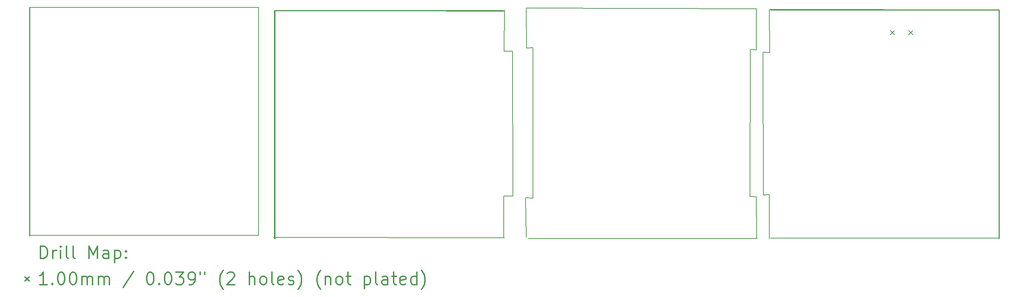
<source format=gbr>
%FSLAX45Y45*%
G04 Gerber Fmt 4.5, Leading zero omitted, Abs format (unit mm)*
G04 Created by KiCad (PCBNEW 4.0.6) date 05/08/17 07:22:51*
%MOMM*%
%LPD*%
G01*
G04 APERTURE LIST*
%ADD10C,0.127000*%
%ADD11C,0.150000*%
%ADD12C,0.200000*%
%ADD13C,0.300000*%
G04 APERTURE END LIST*
D10*
D11*
X15126190Y-7719950D02*
X20676410Y-7735250D01*
X14601950Y-8763870D02*
X14605850Y-7759710D01*
X14591970Y-12260010D02*
X14809350Y-12257470D01*
X14809350Y-12257470D02*
X14798890Y-8764090D01*
X14798890Y-8764090D02*
X14601950Y-8763870D01*
X14590270Y-13269610D02*
X14591970Y-12260010D01*
X15293110Y-8678290D02*
X15145290Y-8683810D01*
X15118870Y-12303930D02*
X15293110Y-12311990D01*
X20679770Y-13271630D02*
X20669270Y-12272430D01*
X20669270Y-12272430D02*
X20518910Y-12269890D01*
X20518910Y-12269890D02*
X20529410Y-8720590D01*
X20529410Y-8720590D02*
X20669610Y-8731090D01*
X20669610Y-8731090D02*
X20669610Y-7744590D01*
X15134790Y-7739510D02*
X15145290Y-8683810D01*
X15293110Y-8678290D02*
X15293110Y-12311990D01*
X15118870Y-12303930D02*
X15129370Y-13250530D01*
X20994170Y-8797350D02*
X20834450Y-8787510D01*
X20834450Y-8787510D02*
X20839530Y-12232470D01*
X20839530Y-12232470D02*
X20984330Y-12227930D01*
X20984330Y-12227930D02*
X20984330Y-13294730D01*
X26513530Y-13290290D02*
X26518610Y-7765790D01*
X26518610Y-7765790D02*
X20986870Y-7759450D01*
X20986870Y-7759450D02*
X20994170Y-8797350D01*
X3177810Y-13232890D02*
X3177810Y-7732890D01*
X14605850Y-13263710D02*
X9048090Y-13258930D01*
X26509810Y-13264390D02*
X26509810Y-7764390D01*
X9073010Y-7779790D02*
X14573010Y-7779790D01*
X9073010Y-13279790D02*
X9073010Y-7779790D01*
X3176210Y-13218290D02*
X3176210Y-7718290D01*
X3176410Y-13209690D02*
X3176410Y-7709690D01*
X14610510Y-7794590D02*
X9076510Y-7783190D01*
X9076510Y-13283190D02*
X9076510Y-7783190D01*
X26513210Y-7761890D02*
X21013210Y-7761890D01*
X26513210Y-13261890D02*
X26513210Y-7761890D01*
X21019610Y-13278290D02*
X26519610Y-13278290D01*
X26519610Y-13278290D02*
X26519610Y-7778290D01*
X26524010Y-7771090D02*
X21024010Y-7771090D01*
X26524010Y-13271090D02*
X26524010Y-7771090D01*
X15195210Y-13282590D02*
X20695210Y-13282590D01*
X20684310Y-13282590D02*
X15184310Y-13282590D01*
X9088410Y-7789590D02*
X14588410Y-7789590D01*
X9088410Y-13289590D02*
X9088410Y-7789590D01*
X14577510Y-7789590D02*
X9077510Y-7789590D01*
X9077510Y-13289590D02*
X9077510Y-7789590D01*
X3188010Y-13205990D02*
X8688010Y-13205990D01*
X3188010Y-7705990D02*
X8688010Y-7705990D01*
X3188010Y-13205990D02*
X3188010Y-7705990D01*
X8688010Y-13205990D02*
X8688010Y-7705990D01*
X8677110Y-13205990D02*
X3177110Y-13205990D01*
X8677110Y-7705990D02*
X3177110Y-7705990D01*
X3177110Y-13205990D02*
X3177110Y-7705990D01*
D12*
X23894030Y-8262830D02*
X23994030Y-8362830D01*
X23994030Y-8262830D02*
X23894030Y-8362830D01*
X24334030Y-8262830D02*
X24434030Y-8362830D01*
X24434030Y-8262830D02*
X24334030Y-8362830D01*
D13*
X3440138Y-13767944D02*
X3440138Y-13467944D01*
X3511567Y-13467944D01*
X3554424Y-13482230D01*
X3582996Y-13510801D01*
X3597281Y-13539373D01*
X3611567Y-13596516D01*
X3611567Y-13639373D01*
X3597281Y-13696516D01*
X3582996Y-13725087D01*
X3554424Y-13753659D01*
X3511567Y-13767944D01*
X3440138Y-13767944D01*
X3740138Y-13767944D02*
X3740138Y-13567944D01*
X3740138Y-13625087D02*
X3754424Y-13596516D01*
X3768710Y-13582230D01*
X3797281Y-13567944D01*
X3825853Y-13567944D01*
X3925853Y-13767944D02*
X3925853Y-13567944D01*
X3925853Y-13467944D02*
X3911567Y-13482230D01*
X3925853Y-13496516D01*
X3940138Y-13482230D01*
X3925853Y-13467944D01*
X3925853Y-13496516D01*
X4111567Y-13767944D02*
X4082996Y-13753659D01*
X4068710Y-13725087D01*
X4068710Y-13467944D01*
X4268710Y-13767944D02*
X4240139Y-13753659D01*
X4225853Y-13725087D01*
X4225853Y-13467944D01*
X4611567Y-13767944D02*
X4611567Y-13467944D01*
X4711567Y-13682230D01*
X4811567Y-13467944D01*
X4811567Y-13767944D01*
X5082996Y-13767944D02*
X5082996Y-13610801D01*
X5068710Y-13582230D01*
X5040139Y-13567944D01*
X4982996Y-13567944D01*
X4954424Y-13582230D01*
X5082996Y-13753659D02*
X5054424Y-13767944D01*
X4982996Y-13767944D01*
X4954424Y-13753659D01*
X4940139Y-13725087D01*
X4940139Y-13696516D01*
X4954424Y-13667944D01*
X4982996Y-13653659D01*
X5054424Y-13653659D01*
X5082996Y-13639373D01*
X5225853Y-13567944D02*
X5225853Y-13867944D01*
X5225853Y-13582230D02*
X5254424Y-13567944D01*
X5311567Y-13567944D01*
X5340139Y-13582230D01*
X5354424Y-13596516D01*
X5368710Y-13625087D01*
X5368710Y-13710801D01*
X5354424Y-13739373D01*
X5340139Y-13753659D01*
X5311567Y-13767944D01*
X5254424Y-13767944D01*
X5225853Y-13753659D01*
X5497281Y-13739373D02*
X5511567Y-13753659D01*
X5497281Y-13767944D01*
X5482996Y-13753659D01*
X5497281Y-13739373D01*
X5497281Y-13767944D01*
X5497281Y-13582230D02*
X5511567Y-13596516D01*
X5497281Y-13610801D01*
X5482996Y-13596516D01*
X5497281Y-13582230D01*
X5497281Y-13610801D01*
X3068710Y-14212230D02*
X3168710Y-14312230D01*
X3168710Y-14212230D02*
X3068710Y-14312230D01*
X3597281Y-14397944D02*
X3425853Y-14397944D01*
X3511567Y-14397944D02*
X3511567Y-14097944D01*
X3482996Y-14140801D01*
X3454424Y-14169373D01*
X3425853Y-14183659D01*
X3725853Y-14369373D02*
X3740138Y-14383659D01*
X3725853Y-14397944D01*
X3711567Y-14383659D01*
X3725853Y-14369373D01*
X3725853Y-14397944D01*
X3925853Y-14097944D02*
X3954424Y-14097944D01*
X3982996Y-14112230D01*
X3997281Y-14126516D01*
X4011567Y-14155087D01*
X4025853Y-14212230D01*
X4025853Y-14283659D01*
X4011567Y-14340801D01*
X3997281Y-14369373D01*
X3982996Y-14383659D01*
X3954424Y-14397944D01*
X3925853Y-14397944D01*
X3897281Y-14383659D01*
X3882996Y-14369373D01*
X3868710Y-14340801D01*
X3854424Y-14283659D01*
X3854424Y-14212230D01*
X3868710Y-14155087D01*
X3882996Y-14126516D01*
X3897281Y-14112230D01*
X3925853Y-14097944D01*
X4211567Y-14097944D02*
X4240139Y-14097944D01*
X4268710Y-14112230D01*
X4282996Y-14126516D01*
X4297281Y-14155087D01*
X4311567Y-14212230D01*
X4311567Y-14283659D01*
X4297281Y-14340801D01*
X4282996Y-14369373D01*
X4268710Y-14383659D01*
X4240139Y-14397944D01*
X4211567Y-14397944D01*
X4182996Y-14383659D01*
X4168710Y-14369373D01*
X4154424Y-14340801D01*
X4140138Y-14283659D01*
X4140138Y-14212230D01*
X4154424Y-14155087D01*
X4168710Y-14126516D01*
X4182996Y-14112230D01*
X4211567Y-14097944D01*
X4440139Y-14397944D02*
X4440139Y-14197944D01*
X4440139Y-14226516D02*
X4454424Y-14212230D01*
X4482996Y-14197944D01*
X4525853Y-14197944D01*
X4554424Y-14212230D01*
X4568710Y-14240801D01*
X4568710Y-14397944D01*
X4568710Y-14240801D02*
X4582996Y-14212230D01*
X4611567Y-14197944D01*
X4654424Y-14197944D01*
X4682996Y-14212230D01*
X4697281Y-14240801D01*
X4697281Y-14397944D01*
X4840139Y-14397944D02*
X4840139Y-14197944D01*
X4840139Y-14226516D02*
X4854424Y-14212230D01*
X4882996Y-14197944D01*
X4925853Y-14197944D01*
X4954424Y-14212230D01*
X4968710Y-14240801D01*
X4968710Y-14397944D01*
X4968710Y-14240801D02*
X4982996Y-14212230D01*
X5011567Y-14197944D01*
X5054424Y-14197944D01*
X5082996Y-14212230D01*
X5097281Y-14240801D01*
X5097281Y-14397944D01*
X5682996Y-14083659D02*
X5425853Y-14469373D01*
X6068710Y-14097944D02*
X6097281Y-14097944D01*
X6125853Y-14112230D01*
X6140138Y-14126516D01*
X6154424Y-14155087D01*
X6168710Y-14212230D01*
X6168710Y-14283659D01*
X6154424Y-14340801D01*
X6140138Y-14369373D01*
X6125853Y-14383659D01*
X6097281Y-14397944D01*
X6068710Y-14397944D01*
X6040138Y-14383659D01*
X6025853Y-14369373D01*
X6011567Y-14340801D01*
X5997281Y-14283659D01*
X5997281Y-14212230D01*
X6011567Y-14155087D01*
X6025853Y-14126516D01*
X6040138Y-14112230D01*
X6068710Y-14097944D01*
X6297281Y-14369373D02*
X6311567Y-14383659D01*
X6297281Y-14397944D01*
X6282996Y-14383659D01*
X6297281Y-14369373D01*
X6297281Y-14397944D01*
X6497281Y-14097944D02*
X6525853Y-14097944D01*
X6554424Y-14112230D01*
X6568710Y-14126516D01*
X6582995Y-14155087D01*
X6597281Y-14212230D01*
X6597281Y-14283659D01*
X6582995Y-14340801D01*
X6568710Y-14369373D01*
X6554424Y-14383659D01*
X6525853Y-14397944D01*
X6497281Y-14397944D01*
X6468710Y-14383659D01*
X6454424Y-14369373D01*
X6440138Y-14340801D01*
X6425853Y-14283659D01*
X6425853Y-14212230D01*
X6440138Y-14155087D01*
X6454424Y-14126516D01*
X6468710Y-14112230D01*
X6497281Y-14097944D01*
X6697281Y-14097944D02*
X6882995Y-14097944D01*
X6782995Y-14212230D01*
X6825853Y-14212230D01*
X6854424Y-14226516D01*
X6868710Y-14240801D01*
X6882995Y-14269373D01*
X6882995Y-14340801D01*
X6868710Y-14369373D01*
X6854424Y-14383659D01*
X6825853Y-14397944D01*
X6740138Y-14397944D01*
X6711567Y-14383659D01*
X6697281Y-14369373D01*
X7025853Y-14397944D02*
X7082995Y-14397944D01*
X7111567Y-14383659D01*
X7125853Y-14369373D01*
X7154424Y-14326516D01*
X7168710Y-14269373D01*
X7168710Y-14155087D01*
X7154424Y-14126516D01*
X7140138Y-14112230D01*
X7111567Y-14097944D01*
X7054424Y-14097944D01*
X7025853Y-14112230D01*
X7011567Y-14126516D01*
X6997281Y-14155087D01*
X6997281Y-14226516D01*
X7011567Y-14255087D01*
X7025853Y-14269373D01*
X7054424Y-14283659D01*
X7111567Y-14283659D01*
X7140138Y-14269373D01*
X7154424Y-14255087D01*
X7168710Y-14226516D01*
X7282996Y-14097944D02*
X7282996Y-14155087D01*
X7397281Y-14097944D02*
X7397281Y-14155087D01*
X7840138Y-14512230D02*
X7825853Y-14497944D01*
X7797281Y-14455087D01*
X7782995Y-14426516D01*
X7768710Y-14383659D01*
X7754424Y-14312230D01*
X7754424Y-14255087D01*
X7768710Y-14183659D01*
X7782995Y-14140801D01*
X7797281Y-14112230D01*
X7825853Y-14069373D01*
X7840138Y-14055087D01*
X7940138Y-14126516D02*
X7954424Y-14112230D01*
X7982995Y-14097944D01*
X8054424Y-14097944D01*
X8082995Y-14112230D01*
X8097281Y-14126516D01*
X8111567Y-14155087D01*
X8111567Y-14183659D01*
X8097281Y-14226516D01*
X7925853Y-14397944D01*
X8111567Y-14397944D01*
X8468710Y-14397944D02*
X8468710Y-14097944D01*
X8597281Y-14397944D02*
X8597281Y-14240801D01*
X8582996Y-14212230D01*
X8554424Y-14197944D01*
X8511567Y-14197944D01*
X8482996Y-14212230D01*
X8468710Y-14226516D01*
X8782996Y-14397944D02*
X8754424Y-14383659D01*
X8740138Y-14369373D01*
X8725853Y-14340801D01*
X8725853Y-14255087D01*
X8740138Y-14226516D01*
X8754424Y-14212230D01*
X8782996Y-14197944D01*
X8825853Y-14197944D01*
X8854424Y-14212230D01*
X8868710Y-14226516D01*
X8882996Y-14255087D01*
X8882996Y-14340801D01*
X8868710Y-14369373D01*
X8854424Y-14383659D01*
X8825853Y-14397944D01*
X8782996Y-14397944D01*
X9054424Y-14397944D02*
X9025853Y-14383659D01*
X9011567Y-14355087D01*
X9011567Y-14097944D01*
X9282996Y-14383659D02*
X9254424Y-14397944D01*
X9197281Y-14397944D01*
X9168710Y-14383659D01*
X9154424Y-14355087D01*
X9154424Y-14240801D01*
X9168710Y-14212230D01*
X9197281Y-14197944D01*
X9254424Y-14197944D01*
X9282996Y-14212230D01*
X9297281Y-14240801D01*
X9297281Y-14269373D01*
X9154424Y-14297944D01*
X9411567Y-14383659D02*
X9440139Y-14397944D01*
X9497281Y-14397944D01*
X9525853Y-14383659D01*
X9540139Y-14355087D01*
X9540139Y-14340801D01*
X9525853Y-14312230D01*
X9497281Y-14297944D01*
X9454424Y-14297944D01*
X9425853Y-14283659D01*
X9411567Y-14255087D01*
X9411567Y-14240801D01*
X9425853Y-14212230D01*
X9454424Y-14197944D01*
X9497281Y-14197944D01*
X9525853Y-14212230D01*
X9640138Y-14512230D02*
X9654424Y-14497944D01*
X9682996Y-14455087D01*
X9697281Y-14426516D01*
X9711567Y-14383659D01*
X9725853Y-14312230D01*
X9725853Y-14255087D01*
X9711567Y-14183659D01*
X9697281Y-14140801D01*
X9682996Y-14112230D01*
X9654424Y-14069373D01*
X9640138Y-14055087D01*
X10182996Y-14512230D02*
X10168710Y-14497944D01*
X10140138Y-14455087D01*
X10125853Y-14426516D01*
X10111567Y-14383659D01*
X10097281Y-14312230D01*
X10097281Y-14255087D01*
X10111567Y-14183659D01*
X10125853Y-14140801D01*
X10140138Y-14112230D01*
X10168710Y-14069373D01*
X10182996Y-14055087D01*
X10297281Y-14197944D02*
X10297281Y-14397944D01*
X10297281Y-14226516D02*
X10311567Y-14212230D01*
X10340138Y-14197944D01*
X10382996Y-14197944D01*
X10411567Y-14212230D01*
X10425853Y-14240801D01*
X10425853Y-14397944D01*
X10611567Y-14397944D02*
X10582996Y-14383659D01*
X10568710Y-14369373D01*
X10554424Y-14340801D01*
X10554424Y-14255087D01*
X10568710Y-14226516D01*
X10582996Y-14212230D01*
X10611567Y-14197944D01*
X10654424Y-14197944D01*
X10682996Y-14212230D01*
X10697281Y-14226516D01*
X10711567Y-14255087D01*
X10711567Y-14340801D01*
X10697281Y-14369373D01*
X10682996Y-14383659D01*
X10654424Y-14397944D01*
X10611567Y-14397944D01*
X10797281Y-14197944D02*
X10911567Y-14197944D01*
X10840139Y-14097944D02*
X10840139Y-14355087D01*
X10854424Y-14383659D01*
X10882996Y-14397944D01*
X10911567Y-14397944D01*
X11240138Y-14197944D02*
X11240138Y-14497944D01*
X11240138Y-14212230D02*
X11268710Y-14197944D01*
X11325853Y-14197944D01*
X11354424Y-14212230D01*
X11368710Y-14226516D01*
X11382996Y-14255087D01*
X11382996Y-14340801D01*
X11368710Y-14369373D01*
X11354424Y-14383659D01*
X11325853Y-14397944D01*
X11268710Y-14397944D01*
X11240138Y-14383659D01*
X11554424Y-14397944D02*
X11525853Y-14383659D01*
X11511567Y-14355087D01*
X11511567Y-14097944D01*
X11797281Y-14397944D02*
X11797281Y-14240801D01*
X11782996Y-14212230D01*
X11754424Y-14197944D01*
X11697281Y-14197944D01*
X11668710Y-14212230D01*
X11797281Y-14383659D02*
X11768710Y-14397944D01*
X11697281Y-14397944D01*
X11668710Y-14383659D01*
X11654424Y-14355087D01*
X11654424Y-14326516D01*
X11668710Y-14297944D01*
X11697281Y-14283659D01*
X11768710Y-14283659D01*
X11797281Y-14269373D01*
X11897281Y-14197944D02*
X12011567Y-14197944D01*
X11940139Y-14097944D02*
X11940139Y-14355087D01*
X11954424Y-14383659D01*
X11982996Y-14397944D01*
X12011567Y-14397944D01*
X12225853Y-14383659D02*
X12197281Y-14397944D01*
X12140139Y-14397944D01*
X12111567Y-14383659D01*
X12097281Y-14355087D01*
X12097281Y-14240801D01*
X12111567Y-14212230D01*
X12140139Y-14197944D01*
X12197281Y-14197944D01*
X12225853Y-14212230D01*
X12240139Y-14240801D01*
X12240139Y-14269373D01*
X12097281Y-14297944D01*
X12497281Y-14397944D02*
X12497281Y-14097944D01*
X12497281Y-14383659D02*
X12468710Y-14397944D01*
X12411567Y-14397944D01*
X12382996Y-14383659D01*
X12368710Y-14369373D01*
X12354424Y-14340801D01*
X12354424Y-14255087D01*
X12368710Y-14226516D01*
X12382996Y-14212230D01*
X12411567Y-14197944D01*
X12468710Y-14197944D01*
X12497281Y-14212230D01*
X12611567Y-14512230D02*
X12625853Y-14497944D01*
X12654424Y-14455087D01*
X12668710Y-14426516D01*
X12682996Y-14383659D01*
X12697281Y-14312230D01*
X12697281Y-14255087D01*
X12682996Y-14183659D01*
X12668710Y-14140801D01*
X12654424Y-14112230D01*
X12625853Y-14069373D01*
X12611567Y-14055087D01*
M02*

</source>
